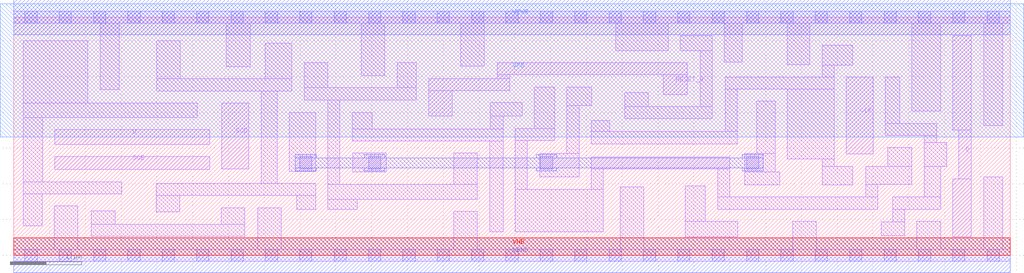
<source format=lef>
# Copyright 2020 The SkyWater PDK Authors
#
# Licensed under the Apache License, Version 2.0 (the "License");
# you may not use this file except in compliance with the License.
# You may obtain a copy of the License at
#
#     https://www.apache.org/licenses/LICENSE-2.0
#
# Unless required by applicable law or agreed to in writing, software
# distributed under the License is distributed on an "AS IS" BASIS,
# WITHOUT WARRANTIES OR CONDITIONS OF ANY KIND, either express or implied.
# See the License for the specific language governing permissions and
# limitations under the License.
#
# SPDX-License-Identifier: Apache-2.0

VERSION 5.7 ;
  NOWIREEXTENSIONATPIN ON ;
  DIVIDERCHAR "/" ;
  BUSBITCHARS "[]" ;
MACRO sky130_fd_sc_lp__sdfrtp_2
  CLASS CORE ;
  FOREIGN sky130_fd_sc_lp__sdfrtp_2 ;
  ORIGIN  0.000000  0.000000 ;
  SIZE  13.92000 BY  3.330000 ;
  SYMMETRY X Y R90 ;
  SITE unit ;
  PIN D
    ANTENNAGATEAREA  0.159000 ;
    DIRECTION INPUT ;
    USE SIGNAL ;
    PORT
      LAYER li1 ;
        RECT 0.575000 1.550000 2.735000 1.760000 ;
    END
  END D
  PIN Q
    ANTENNADIFFAREA  0.588000 ;
    DIRECTION OUTPUT ;
    USE SIGNAL ;
    PORT
      LAYER li1 ;
        RECT 13.115000 0.255000 13.375000 1.065000 ;
        RECT 13.115000 1.755000 13.375000 3.075000 ;
        RECT 13.200000 1.065000 13.375000 1.755000 ;
    END
  END Q
  PIN RESET_B
    ANTENNAGATEAREA  0.411000 ;
    DIRECTION INPUT ;
    USE SIGNAL ;
    PORT
      LAYER li1 ;
        RECT 5.795000 1.950000 6.125000 2.305000 ;
        RECT 5.795000 2.305000 6.925000 2.475000 ;
        RECT 6.755000 2.475000 6.925000 2.525000 ;
        RECT 6.755000 2.525000 9.405000 2.695000 ;
        RECT 9.075000 2.250000 9.405000 2.525000 ;
    END
  END RESET_B
  PIN SCD
    ANTENNAGATEAREA  0.159000 ;
    DIRECTION INPUT ;
    USE SIGNAL ;
    PORT
      LAYER li1 ;
        RECT 2.905000 1.210000 3.285000 2.130000 ;
    END
  END SCD
  PIN SCE
    ANTENNAGATEAREA  0.318000 ;
    DIRECTION INPUT ;
    USE SIGNAL ;
    PORT
      LAYER li1 ;
        RECT 0.575000 1.200000 2.735000 1.380000 ;
    END
  END SCE
  PIN CLK
    ANTENNAGATEAREA  0.315000 ;
    DIRECTION INPUT ;
    USE CLOCK ;
    PORT
      LAYER li1 ;
        RECT 11.630000 1.415000 12.005000 2.490000 ;
    END
  END CLK
  PIN VGND
    DIRECTION INOUT ;
    USE GROUND ;
    PORT
      LAYER met1 ;
        RECT 0.000000 -0.245000 13.920000 0.245000 ;
    END
  END VGND
  PIN VNB
    DIRECTION INOUT ;
    USE GROUND ;
    PORT
      LAYER pwell ;
        RECT 0.000000 0.000000 13.920000 0.245000 ;
    END
  END VNB
  PIN VPB
    DIRECTION INOUT ;
    USE POWER ;
    PORT
      LAYER nwell ;
        RECT -0.190000 1.655000 14.110000 3.520000 ;
    END
  END VPB
  PIN VPWR
    DIRECTION INOUT ;
    USE POWER ;
    PORT
      LAYER met1 ;
        RECT 0.000000 3.085000 13.920000 3.575000 ;
    END
  END VPWR
  OBS
    LAYER li1 ;
      RECT  0.000000 -0.085000 13.920000 0.085000 ;
      RECT  0.000000  3.245000 13.920000 3.415000 ;
      RECT  0.135000  0.415000  0.395000 0.860000 ;
      RECT  0.135000  0.860000  1.510000 1.030000 ;
      RECT  0.135000  1.030000  0.405000 1.930000 ;
      RECT  0.135000  1.930000  2.560000 2.130000 ;
      RECT  0.135000  2.130000  1.035000 3.000000 ;
      RECT  0.565000  0.085000  0.895000 0.690000 ;
      RECT  1.085000  0.265000  3.225000 0.435000 ;
      RECT  1.085000  0.435000  1.415000 0.625000 ;
      RECT  1.205000  2.320000  1.475000 3.245000 ;
      RECT  1.990000  0.605000  2.320000 0.835000 ;
      RECT  1.990000  0.835000  4.215000 1.005000 ;
      RECT  1.995000  2.300000  3.885000 2.470000 ;
      RECT  1.995000  2.470000  2.325000 3.000000 ;
      RECT  2.895000  0.435000  3.225000 0.665000 ;
      RECT  2.970000  2.640000  3.300000 3.245000 ;
      RECT  3.405000  0.085000  3.735000 0.665000 ;
      RECT  3.455000  1.005000  3.680000 2.300000 ;
      RECT  3.510000  2.470000  3.885000 2.970000 ;
      RECT  3.850000  1.175000  4.215000 1.995000 ;
      RECT  3.955000  0.640000  4.215000 0.835000 ;
      RECT  4.055000  2.175000  5.625000 2.345000 ;
      RECT  4.055000  2.345000  4.385000 2.695000 ;
      RECT  4.385000  0.640000  4.800000 0.785000 ;
      RECT  4.385000  0.785000  6.475000 0.995000 ;
      RECT  4.385000  0.995000  4.555000 2.175000 ;
      RECT  4.725000  1.600000  6.835000 1.770000 ;
      RECT  4.725000  1.770000  5.010000 1.995000 ;
      RECT  4.735000  1.165000  5.200000 1.430000 ;
      RECT  4.855000  2.515000  5.185000 3.245000 ;
      RECT  5.355000  2.345000  5.625000 2.695000 ;
      RECT  6.145000  0.085000  6.475000 0.615000 ;
      RECT  6.145000  0.995000  6.475000 1.430000 ;
      RECT  6.245000  2.645000  6.575000 3.245000 ;
      RECT  6.645000  0.325000  6.835000 1.600000 ;
      RECT  6.655000  1.770000  6.835000 1.945000 ;
      RECT  6.655000  1.945000  7.100000 2.135000 ;
      RECT  7.005000  0.325000  8.235000 0.925000 ;
      RECT  7.005000  0.925000  7.175000 1.605000 ;
      RECT  7.005000  1.605000  7.555000 1.775000 ;
      RECT  7.270000  1.775000  7.555000 2.355000 ;
      RECT  7.345000  1.095000  7.895000 1.425000 ;
      RECT  7.725000  1.425000  7.895000 2.095000 ;
      RECT  7.725000  2.095000  8.075000 2.355000 ;
      RECT  8.065000  0.925000  8.235000 1.205000 ;
      RECT  8.065000  1.205000 10.000000 1.375000 ;
      RECT  8.065000  1.555000  8.245000 1.560000 ;
      RECT  8.065000  1.560000 10.105000 1.730000 ;
      RECT  8.065000  1.730000  8.325000 1.885000 ;
      RECT  8.410000  2.865000  9.140000 3.245000 ;
      RECT  8.470000  0.085000  8.800000 0.955000 ;
      RECT  8.535000  1.910000  9.755000 2.080000 ;
      RECT  8.535000  2.080000  8.865000 2.275000 ;
      RECT  9.310000  2.865000  9.755000 3.075000 ;
      RECT  9.380000  0.255000 10.110000 0.475000 ;
      RECT  9.380000  0.475000  9.660000 0.970000 ;
      RECT  9.585000  2.080000  9.755000 2.865000 ;
      RECT  9.830000  0.645000 12.070000 0.815000 ;
      RECT  9.830000  0.815000 10.000000 1.205000 ;
      RECT  9.925000  2.705000 10.175000 3.245000 ;
      RECT  9.935000  1.730000 10.105000 2.325000 ;
      RECT  9.935000  2.325000 11.460000 2.495000 ;
      RECT 10.210000  0.985000 10.700000 1.165000 ;
      RECT 10.210000  1.165000 10.635000 1.425000 ;
      RECT 10.375000  1.425000 10.635000 2.155000 ;
      RECT 10.805000  1.345000 11.460000 2.325000 ;
      RECT 10.805000  2.665000 11.120000 3.245000 ;
      RECT 10.880000  0.085000 11.210000 0.475000 ;
      RECT 11.290000  0.985000 11.720000 1.245000 ;
      RECT 11.290000  1.245000 11.460000 1.345000 ;
      RECT 11.290000  2.495000 11.460000 2.660000 ;
      RECT 11.290000  2.660000 11.720000 2.940000 ;
      RECT 11.900000  0.815000 12.070000 0.995000 ;
      RECT 11.900000  0.995000 12.540000 1.245000 ;
      RECT 12.115000  0.275000 12.445000 0.465000 ;
      RECT 12.175000  1.675000 12.890000 1.845000 ;
      RECT 12.175000  1.845000 12.375000 2.495000 ;
      RECT 12.210000  1.245000 12.540000 1.505000 ;
      RECT 12.275000  0.465000 12.445000 0.645000 ;
      RECT 12.275000  0.645000 12.945000 0.815000 ;
      RECT 12.545000  2.015000 12.945000 3.245000 ;
      RECT 12.615000  0.085000 12.945000 0.475000 ;
      RECT 12.720000  0.815000 12.945000 1.245000 ;
      RECT 12.720000  1.245000 13.030000 1.575000 ;
      RECT 12.720000  1.575000 12.890000 1.675000 ;
      RECT 13.545000  0.085000 13.815000 1.095000 ;
      RECT 13.545000  1.815000 13.815000 3.245000 ;
    LAYER mcon ;
      RECT  0.155000 -0.085000  0.325000 0.085000 ;
      RECT  0.155000  3.245000  0.325000 3.415000 ;
      RECT  0.635000 -0.085000  0.805000 0.085000 ;
      RECT  0.635000  3.245000  0.805000 3.415000 ;
      RECT  1.115000 -0.085000  1.285000 0.085000 ;
      RECT  1.115000  3.245000  1.285000 3.415000 ;
      RECT  1.595000 -0.085000  1.765000 0.085000 ;
      RECT  1.595000  3.245000  1.765000 3.415000 ;
      RECT  2.075000 -0.085000  2.245000 0.085000 ;
      RECT  2.075000  3.245000  2.245000 3.415000 ;
      RECT  2.555000 -0.085000  2.725000 0.085000 ;
      RECT  2.555000  3.245000  2.725000 3.415000 ;
      RECT  3.035000 -0.085000  3.205000 0.085000 ;
      RECT  3.035000  3.245000  3.205000 3.415000 ;
      RECT  3.515000 -0.085000  3.685000 0.085000 ;
      RECT  3.515000  3.245000  3.685000 3.415000 ;
      RECT  3.995000 -0.085000  4.165000 0.085000 ;
      RECT  3.995000  1.210000  4.165000 1.380000 ;
      RECT  3.995000  3.245000  4.165000 3.415000 ;
      RECT  4.475000 -0.085000  4.645000 0.085000 ;
      RECT  4.475000  3.245000  4.645000 3.415000 ;
      RECT  4.955000 -0.085000  5.125000 0.085000 ;
      RECT  4.955000  1.210000  5.125000 1.380000 ;
      RECT  4.955000  3.245000  5.125000 3.415000 ;
      RECT  5.435000 -0.085000  5.605000 0.085000 ;
      RECT  5.435000  3.245000  5.605000 3.415000 ;
      RECT  5.915000 -0.085000  6.085000 0.085000 ;
      RECT  5.915000  3.245000  6.085000 3.415000 ;
      RECT  6.395000 -0.085000  6.565000 0.085000 ;
      RECT  6.395000  3.245000  6.565000 3.415000 ;
      RECT  6.875000 -0.085000  7.045000 0.085000 ;
      RECT  6.875000  3.245000  7.045000 3.415000 ;
      RECT  7.355000 -0.085000  7.525000 0.085000 ;
      RECT  7.355000  1.210000  7.525000 1.380000 ;
      RECT  7.355000  3.245000  7.525000 3.415000 ;
      RECT  7.835000 -0.085000  8.005000 0.085000 ;
      RECT  7.835000  3.245000  8.005000 3.415000 ;
      RECT  8.315000 -0.085000  8.485000 0.085000 ;
      RECT  8.315000  3.245000  8.485000 3.415000 ;
      RECT  8.795000 -0.085000  8.965000 0.085000 ;
      RECT  8.795000  3.245000  8.965000 3.415000 ;
      RECT  9.275000 -0.085000  9.445000 0.085000 ;
      RECT  9.275000  3.245000  9.445000 3.415000 ;
      RECT  9.755000 -0.085000  9.925000 0.085000 ;
      RECT  9.755000  3.245000  9.925000 3.415000 ;
      RECT 10.235000 -0.085000 10.405000 0.085000 ;
      RECT 10.235000  1.210000 10.405000 1.380000 ;
      RECT 10.235000  3.245000 10.405000 3.415000 ;
      RECT 10.715000 -0.085000 10.885000 0.085000 ;
      RECT 10.715000  3.245000 10.885000 3.415000 ;
      RECT 11.195000 -0.085000 11.365000 0.085000 ;
      RECT 11.195000  3.245000 11.365000 3.415000 ;
      RECT 11.675000 -0.085000 11.845000 0.085000 ;
      RECT 11.675000  3.245000 11.845000 3.415000 ;
      RECT 12.155000 -0.085000 12.325000 0.085000 ;
      RECT 12.155000  3.245000 12.325000 3.415000 ;
      RECT 12.635000 -0.085000 12.805000 0.085000 ;
      RECT 12.635000  3.245000 12.805000 3.415000 ;
      RECT 13.115000 -0.085000 13.285000 0.085000 ;
      RECT 13.115000  3.245000 13.285000 3.415000 ;
      RECT 13.595000 -0.085000 13.765000 0.085000 ;
      RECT 13.595000  3.245000 13.765000 3.415000 ;
    LAYER met1 ;
      RECT  3.935000 1.180000  4.225000 1.225000 ;
      RECT  3.935000 1.225000 10.465000 1.365000 ;
      RECT  3.935000 1.365000  4.225000 1.410000 ;
      RECT  4.895000 1.180000  5.185000 1.225000 ;
      RECT  4.895000 1.365000  5.185000 1.410000 ;
      RECT  7.295000 1.180000  7.585000 1.225000 ;
      RECT  7.295000 1.365000  7.585000 1.410000 ;
      RECT 10.175000 1.180000 10.465000 1.225000 ;
      RECT 10.175000 1.365000 10.465000 1.410000 ;
  END
END sky130_fd_sc_lp__sdfrtp_2
END LIBRARY

</source>
